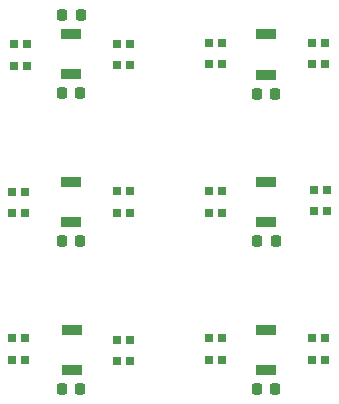
<source format=gbr>
%TF.GenerationSoftware,KiCad,Pcbnew,(5.99.0-11604-g878538abff)*%
%TF.CreationDate,2021-08-06T14:00:02+02:00*%
%TF.ProjectId,pixel-pump-ui-board,7375636b-6572-42d6-9f6e-652d75692d62,rev?*%
%TF.SameCoordinates,Original*%
%TF.FileFunction,Soldermask,Top*%
%TF.FilePolarity,Negative*%
%FSLAX46Y46*%
G04 Gerber Fmt 4.6, Leading zero omitted, Abs format (unit mm)*
G04 Created by KiCad (PCBNEW (5.99.0-11604-g878538abff)) date 2021-08-06 14:00:02*
%MOMM*%
%LPD*%
G01*
G04 APERTURE LIST*
G04 Aperture macros list*
%AMRoundRect*
0 Rectangle with rounded corners*
0 $1 Rounding radius*
0 $2 $3 $4 $5 $6 $7 $8 $9 X,Y pos of 4 corners*
0 Add a 4 corners polygon primitive as box body*
4,1,4,$2,$3,$4,$5,$6,$7,$8,$9,$2,$3,0*
0 Add four circle primitives for the rounded corners*
1,1,$1+$1,$2,$3*
1,1,$1+$1,$4,$5*
1,1,$1+$1,$6,$7*
1,1,$1+$1,$8,$9*
0 Add four rect primitives between the rounded corners*
20,1,$1+$1,$2,$3,$4,$5,0*
20,1,$1+$1,$4,$5,$6,$7,0*
20,1,$1+$1,$6,$7,$8,$9,0*
20,1,$1+$1,$8,$9,$2,$3,0*%
G04 Aperture macros list end*
%ADD10R,0.700000X0.700000*%
%ADD11RoundRect,0.225000X-0.225000X-0.250000X0.225000X-0.250000X0.225000X0.250000X-0.225000X0.250000X0*%
%ADD12R,1.700000X0.900000*%
G04 APERTURE END LIST*
D10*
%TO.C,U6*%
X77555000Y-100102000D03*
X78655000Y-100102000D03*
X78655000Y-98272000D03*
X77555000Y-98272000D03*
%TD*%
D11*
%TO.C,C4*%
X72859600Y-89966800D03*
X74409600Y-89966800D03*
%TD*%
D10*
%TO.C,U5*%
X77555000Y-87529000D03*
X78655000Y-87529000D03*
X78655000Y-85699000D03*
X77555000Y-85699000D03*
%TD*%
%TO.C,U8*%
X85302000Y-87529000D03*
X86402000Y-87529000D03*
X86402000Y-85699000D03*
X85302000Y-85699000D03*
%TD*%
%TO.C,U2*%
X68665000Y-87566522D03*
X69765000Y-87566522D03*
X69765000Y-85736522D03*
X68665000Y-85736522D03*
%TD*%
D11*
%TO.C,C5*%
X89395000Y-102438200D03*
X90945000Y-102438200D03*
%TD*%
D12*
%TO.C,SW1*%
X73660000Y-75817200D03*
X73660000Y-72417200D03*
%TD*%
%TO.C,SW5*%
X90170000Y-75842600D03*
X90170000Y-72442600D03*
%TD*%
D10*
%TO.C,U10*%
X94065000Y-74956000D03*
X95165000Y-74956000D03*
X95165000Y-73126000D03*
X94065000Y-73126000D03*
%TD*%
D11*
%TO.C,C6*%
X72859600Y-102438200D03*
X74409600Y-102438200D03*
%TD*%
%TO.C,C2*%
X72859600Y-77419200D03*
X74409600Y-77419200D03*
%TD*%
D10*
%TO.C,U4*%
X77555000Y-75045478D03*
X78655000Y-75045478D03*
X78655000Y-73215478D03*
X77555000Y-73215478D03*
%TD*%
%TO.C,U11*%
X94192000Y-87402000D03*
X95292000Y-87402000D03*
X95292000Y-85572000D03*
X94192000Y-85572000D03*
%TD*%
%TO.C,U9*%
X85302000Y-99975000D03*
X86402000Y-99975000D03*
X86402000Y-98145000D03*
X85302000Y-98145000D03*
%TD*%
%TO.C,U7*%
X85302000Y-74956000D03*
X86402000Y-74956000D03*
X86402000Y-73126000D03*
X85302000Y-73126000D03*
%TD*%
D11*
%TO.C,C7*%
X72910400Y-70815200D03*
X74460400Y-70815200D03*
%TD*%
D12*
%TO.C,SW4*%
X90170000Y-100836200D03*
X90170000Y-97436200D03*
%TD*%
%TO.C,SW3*%
X73685400Y-100836200D03*
X73685400Y-97436200D03*
%TD*%
D10*
%TO.C,U3*%
X68665000Y-99975000D03*
X69765000Y-99975000D03*
X69765000Y-98145000D03*
X68665000Y-98145000D03*
%TD*%
D11*
%TO.C,C3*%
X89395000Y-77444600D03*
X90945000Y-77444600D03*
%TD*%
D10*
%TO.C,U12*%
X94065000Y-99975000D03*
X95165000Y-99975000D03*
X95165000Y-98145000D03*
X94065000Y-98145000D03*
%TD*%
D11*
%TO.C,C1*%
X89420400Y-89916000D03*
X90970400Y-89916000D03*
%TD*%
D12*
%TO.C,SW2*%
X73660000Y-88339400D03*
X73660000Y-84939400D03*
%TD*%
D10*
%TO.C,U1*%
X68792000Y-75083000D03*
X69892000Y-75083000D03*
X69892000Y-73253000D03*
X68792000Y-73253000D03*
%TD*%
D12*
%TO.C,SW6*%
X90170000Y-88314000D03*
X90170000Y-84914000D03*
%TD*%
M02*

</source>
